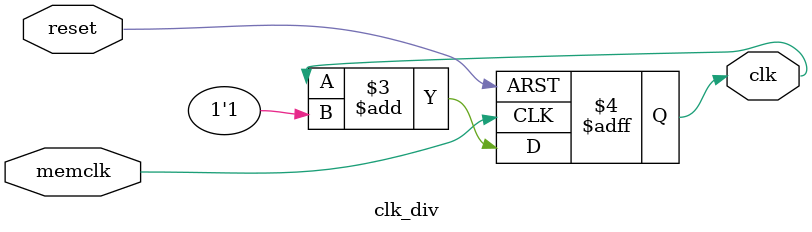
<source format=v>
`timescale 1ns / 1ps
module clk_div(reset , memclk , clk);
	input		memclk , reset;
	output reg	clk;
	
	//reg	[1:0] count_clk;
	
	always@(posedge memclk or negedge reset)
	begin
		if(~reset)
		begin
			//count_clk <= 1'b0;
			clk <= 1'b0;
		end
		/*else if(count_clk == 1'b1)
		begin
			clk <= ~clk;
			count_clk <= 1'b0;
		end*/
		else
		begin
			clk <= clk + 1'b1;
			//count_clk <= count_clk + 1'b1;
		end
	end

endmodule

</source>
